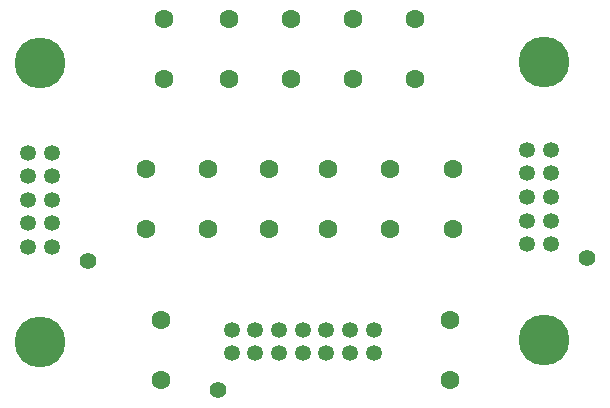
<source format=gbs>
%TF.GenerationSoftware,KiCad,Pcbnew,9.0.1*%
%TF.CreationDate,2025-04-11T17:38:00-07:00*%
%TF.ProjectId,CellTapFuses_V3,43656c6c-5461-4704-9675-7365735f5633,rev?*%
%TF.SameCoordinates,Original*%
%TF.FileFunction,Soldermask,Bot*%
%TF.FilePolarity,Negative*%
%FSLAX46Y46*%
G04 Gerber Fmt 4.6, Leading zero omitted, Abs format (unit mm)*
G04 Created by KiCad (PCBNEW 9.0.1) date 2025-04-11 17:38:00*
%MOMM*%
%LPD*%
G01*
G04 APERTURE LIST*
%ADD10C,1.601000*%
%ADD11C,4.300000*%
%ADD12C,1.397000*%
%ADD13C,1.346200*%
G04 APERTURE END LIST*
D10*
%TO.C,F11*%
X68500000Y-84290000D03*
X68500000Y-79210000D03*
%TD*%
%TO.C,F13*%
X71500000Y-109790000D03*
X71500000Y-104710000D03*
%TD*%
%TO.C,F1*%
X47000000Y-109790000D03*
X47000000Y-104710000D03*
%TD*%
%TO.C,F8*%
X61150000Y-91860002D03*
X61150000Y-96940002D03*
%TD*%
D11*
%TO.C,H2*%
X36750000Y-106500000D03*
%TD*%
D10*
%TO.C,F6*%
X56150000Y-91860002D03*
X56150000Y-96940002D03*
%TD*%
%TO.C,F7*%
X58000000Y-84290000D03*
X58000000Y-79210000D03*
%TD*%
%TO.C,F12*%
X71750000Y-91860002D03*
X71750000Y-96940002D03*
%TD*%
D11*
%TO.C,H1*%
X36750000Y-82950000D03*
%TD*%
D12*
%TO.C,J1*%
X51799999Y-110599999D03*
D13*
X52999999Y-105500000D03*
X52999999Y-107500001D03*
X55000000Y-105500000D03*
X55000000Y-107500001D03*
X56999999Y-105500000D03*
X56999999Y-107500001D03*
X59000000Y-105500000D03*
X59000000Y-107500001D03*
X61000001Y-105500000D03*
X61000001Y-107500001D03*
X62999999Y-105500000D03*
X62999999Y-107500001D03*
X65000001Y-105500000D03*
X65000001Y-107500001D03*
%TD*%
D11*
%TO.C,H3*%
X79400000Y-82800000D03*
%TD*%
D10*
%TO.C,F5*%
X52750000Y-84250000D03*
X52750000Y-79170000D03*
%TD*%
%TO.C,F10*%
X66350000Y-91860002D03*
X66350000Y-96940002D03*
%TD*%
%TO.C,F4*%
X50950000Y-91860002D03*
X50950000Y-96940002D03*
%TD*%
D11*
%TO.C,H4*%
X79400000Y-106350000D03*
%TD*%
D10*
%TO.C,F2*%
X45750000Y-91860002D03*
X45750000Y-96940002D03*
%TD*%
D12*
%TO.C,J3*%
X83099998Y-99450000D03*
D13*
X77999999Y-98250000D03*
X80000000Y-98250000D03*
X77999999Y-96250001D03*
X80000000Y-96250001D03*
X77999999Y-94250000D03*
X80000000Y-94250000D03*
X77999999Y-92249999D03*
X80000000Y-92249999D03*
X77999999Y-90250001D03*
X80000000Y-90250001D03*
%TD*%
D10*
%TO.C,F3*%
X47250000Y-84250000D03*
X47250000Y-79170000D03*
%TD*%
D12*
%TO.C,J2*%
X40849998Y-99700001D03*
D13*
X35749999Y-98500001D03*
X37750000Y-98500001D03*
X35749999Y-96500002D03*
X37750000Y-96500002D03*
X35749999Y-94500001D03*
X37750000Y-94500001D03*
X35749999Y-92500000D03*
X37750000Y-92500000D03*
X35749999Y-90500002D03*
X37750000Y-90500002D03*
%TD*%
D10*
%TO.C,F9*%
X63250000Y-84290000D03*
X63250000Y-79210000D03*
%TD*%
M02*

</source>
